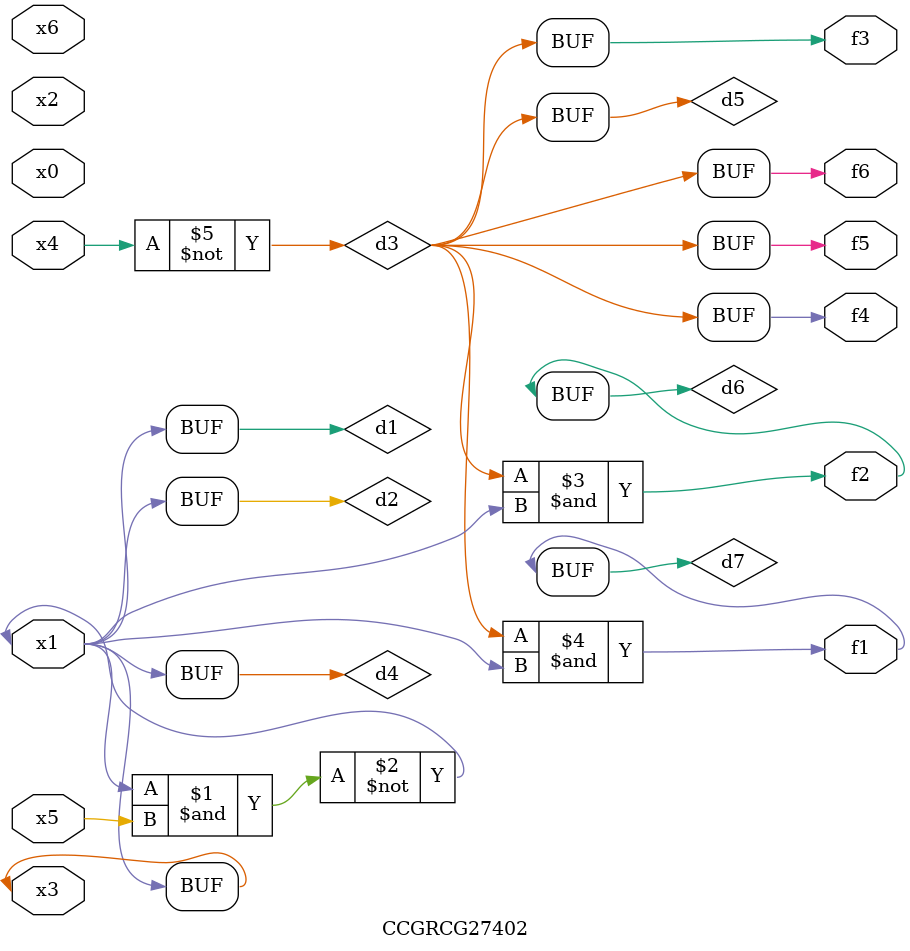
<source format=v>
module CCGRCG27402(
	input x0, x1, x2, x3, x4, x5, x6,
	output f1, f2, f3, f4, f5, f6
);

	wire d1, d2, d3, d4, d5, d6, d7;

	buf (d1, x1, x3);
	nand (d2, x1, x5);
	not (d3, x4);
	buf (d4, d1, d2);
	buf (d5, d3);
	and (d6, d3, d4);
	and (d7, d3, d4);
	assign f1 = d7;
	assign f2 = d6;
	assign f3 = d5;
	assign f4 = d5;
	assign f5 = d5;
	assign f6 = d5;
endmodule

</source>
